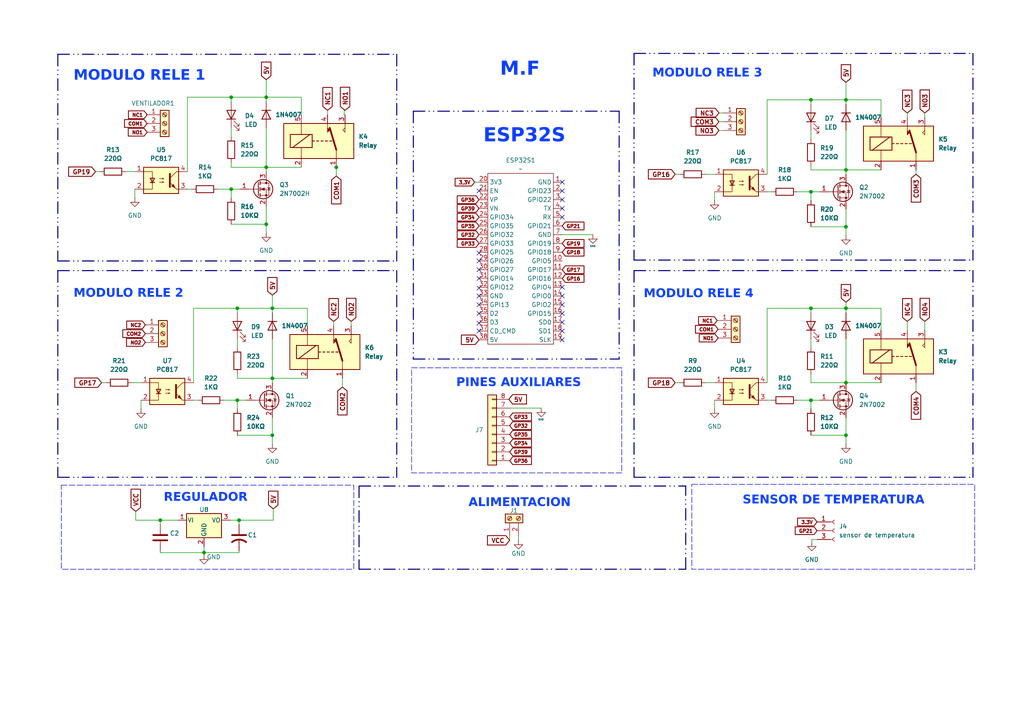
<source format=kicad_sch>
(kicad_sch (version 20250114) (generator "eeschema") (generator_version "9.0")
  (paper "A4")
  (title_block (title "RELE-WIFI"))
  (lib_symbols
    (symbol "6°3RA_Nahuel:ESP32S_32_PINES"
      (property "Reference" "ESP32S" (at 0 0 0))
      (symbol "ESP32S_32_PINES_1_1"
        (pin input line (at -12.7 -3.81 0) (length 2.54) (name "3V3") (number "20"))
        (pin input line (at -12.7 -6.35 0) (length 2.54) (name "EN") (number "21"))
        (pin input line (at -12.7 -8.89 0) (length 2.54) (name "VP") (number "22"))
        (pin input line (at -12.7 -11.43 0) (length 2.54) (name "VN") (number "23"))
        (pin input line (at -12.7 -13.97 0) (length 2.54) (name "GPIO34") (number "24"))
        (pin input line (at -12.7 -16.51 0) (length 2.54) (name "GPIO35") (number "25"))
        (pin input line (at -12.7 -19.05 0) (length 2.54) (name "GPIO32") (number "26"))
        (pin input line (at -12.7 -21.59 0) (length 2.54) (name "GPIO33") (number "27"))
        (pin input line (at -12.7 -24.13 0) (length 2.54) (name "GPIO25") (number "28"))
        (pin input line (at -12.7 -26.67 0) (length 2.54) (name "GPIO26") (number "29"))
        (pin input line (at -12.7 -29.21 0) (length 2.54) (name "GPIO27") (number "30"))
        (pin input line (at -12.7 -31.75 0) (length 2.54) (name "GPIO14") (number "31"))
        (pin input line (at -12.7 -34.29 0) (length 2.54) (name "GPIO12") (number "32"))
        (pin input line (at -12.7 -36.83 0) (length 2.54) (name "GND") (number "33"))
        (pin input line (at -12.7 -39.37 0) (length 2.54) (name "GPI13") (number "34"))
        (pin input line (at -12.7 -41.91 0) (length 2.54) (name "D2") (number "35"))
        (pin input line (at -12.7 -44.45 0) (length 2.54) (name "D3") (number "36"))
        (pin input line (at -12.7 -46.99 0) (length 2.54) (name "CD_CMD") (number "37"))
        (pin input line (at -12.7 -49.53 0) (length 2.54) (name "5V") (number "38"))
        (pin input line (at 11.43 -3.81 180) (length 2.54) (name "GND") (number "1"))
        (pin input line (at 11.43 -6.35 180) (length 2.54) (name "GPIO23") (number "2"))
        (pin input line (at 11.43 -8.89 180) (length 2.54) (name "GPIO22") (number "3"))
        (pin input line (at 11.43 -11.43 180) (length 2.54) (name "TX") (number "4"))
        (pin input line (at 11.43 -13.97 180) (length 2.54) (name "RX") (number "5"))
        (pin input line (at 11.43 -16.51 180) (length 2.54) (name "GPIO21") (number "6"))
        (pin input line (at 11.43 -19.05 180) (length 2.54) (name "GND") (number "7"))
        (pin input line (at 11.43 -21.59 180) (length 2.54) (name "GPIO19") (number "8"))
        (pin input line (at 11.43 -24.13 180) (length 2.54) (name "GPIO18") (number "9"))
        (pin input line (at 11.43 -26.67 180) (length 2.54) (name "GPIO5") (number "10"))
        (pin input line (at 11.43 -29.21 180) (length 2.54) (name "GPIO17") (number "11"))
        (pin input line (at 11.43 -31.75 180) (length 2.54) (name "GPIO16") (number "12"))
        (pin input line (at 11.43 -34.29 180) (length 2.54) (name "GPIO4") (number "13"))
        (pin input line (at 11.43 -36.83 180) (length 2.54) (name "GPIO0") (number "14"))
        (pin input line (at 11.43 -39.37 180) (length 2.54) (name "GPIO2") (number "15"))
        (pin input line (at 11.43 -41.91 180) (length 2.54) (name "GPIO15") (number "16"))
        (pin input line (at 11.43 -44.45 180) (length 2.54) (name "SD0") (number "17"))
        (pin input line (at 11.43 -46.99 180) (length 2.54) (name "SD1") (number "18"))
        (pin input line (at 11.43 -49.53 180) (length 2.54) (name "SLK") (number "19"))
      )
    )
    (symbol "Connector:Conn_01x03_Socket" (pin_names (offset 1.016) (hide yes))
      (property "Reference" "J" (at 0 5.08 0))
      (property "Value" "Conn_01x03_Socket" (at 0 -5.08 0))
      (symbol "Conn_01x03_Socket_1_1"
        (pin passive line (at -5.08 2.54 0) (length 3.81) (name "Pin_1") (number "1"))
        (pin passive line (at -5.08 0 0) (length 3.81) (name "Pin_2") (number "2"))
        (pin passive line (at -5.08 -2.54 0) (length 3.81) (name "Pin_3") (number "3"))
      )
    )
    (symbol "Connector:Screw_Terminal_01x02" (pin_names (offset 1.016) (hide yes))
      (property "Reference" "J" (at 0 2.54 0))
      (property "Value" "Screw_Terminal_01x02" (at 0 -5.08 0))
      (symbol "Screw_Terminal_01x02_1_1"
        (pin passive line (at -5.08 0 0) (length 3.81) (name "Pin_1") (number "1"))
        (pin passive line (at -5.08 -2.54 0) (length 3.81) (name "Pin_2") (number "2"))
      )
    )
    (symbol "Connector:Screw_Terminal_01x03" (pin_names (offset 1.016) (hide yes))
      (property "Reference" "J" (at 0 5.08 0))
      (property "Value" "Screw_Terminal_01x03" (at 0 -5.08 0))
      (symbol "Screw_Terminal_01x03_1_1"
        (pin passive line (at -5.08 2.54 0) (length 3.81) (name "Pin_1") (number "1"))
        (pin passive line (at -5.08 0 0) (length 3.81) (name "Pin_2") (number "2"))
        (pin passive line (at -5.08 -2.54 0) (length 3.81) (name "Pin_3") (number "3"))
      )
    )
    (symbol "Connector_Generic:Conn_01x08" (pin_names (offset 1.016) (hide yes))
      (property "Reference" "J" (at 0 10.16 0))
      (property "Value" "Conn_01x08" (at 0 -12.7 0))
      (symbol "Conn_01x08_1_1"
        (pin passive line (at -5.08 7.62 0) (length 3.81) (name "Pin_1") (number "1"))
        (pin passive line (at -5.08 5.08 0) (length 3.81) (name "Pin_2") (number "2"))
        (pin passive line (at -5.08 2.54 0) (length 3.81) (name "Pin_3") (number "3"))
        (pin passive line (at -5.08 0 0) (length 3.81) (name "Pin_4") (number "4"))
        (pin passive line (at -5.08 -2.54 0) (length 3.81) (name "Pin_5") (number "5"))
        (pin passive line (at -5.08 -5.08 0) (length 3.81) (name "Pin_6") (number "6"))
        (pin passive line (at -5.08 -7.62 0) (length 3.81) (name "Pin_7") (number "7"))
        (pin passive line (at -5.08 -10.16 0) (length 3.81) (name "Pin_8") (number "8"))
      )
    )
    (symbol "Device:C" (pin_numbers (hide yes)) (pin_names (offset 0.254))
      (property "Reference" "C" (at 0.635 2.54 0))
      (property "Value" "C" (at 0.635 -2.54 0))
      (symbol "C_1_1"
        (pin passive line (at 0 3.81 270) (length 2.794) (name "~") (number "1"))
        (pin passive line (at 0 -3.81 90) (length 2.794) (name "~") (number "2"))
      )
    )
    (symbol "Device:C_US" (pin_numbers (hide yes)) (pin_names (offset 0.254) (hide yes))
      (property "Reference" "C" (at 0.635 2.54 0))
      (property "Value" "C_US" (at 0.635 -2.54 0))
      (symbol "C_US_1_1"
        (pin passive line (at 0 3.81 270) (length 2.794) (name "~") (number "1"))
        (pin passive line (at 0 -3.81 90) (length 3.302) (name "~") (number "2"))
      )
    )
    (symbol "Device:LED" (pin_numbers (hide yes)) (pin_names (offset 1.016) (hide yes))
      (property "Reference" "D" (at 0 2.54 0))
      (property "Value" "LED" (at 0 -2.54 0))
      (symbol "LED_1_1"
        (pin passive line (at -3.81 0 0) (length 2.54) (name "K") (number "1"))
        (pin passive line (at 3.81 0 180) (length 2.54) (name "A") (number "2"))
      )
    )
    (symbol "Device:R" (pin_numbers (hide yes)) (pin_names (offset 0))
      (property "Reference" "R" (at 2.032 0 90))
      (property "Value" "R" (at 0 0 90))
      (symbol "R_1_1"
        (pin passive line (at 0 3.81 270) (length 1.27) (name "~") (number "1"))
        (pin passive line (at 0 -3.81 90) (length 1.27) (name "~") (number "2"))
      )
    )
    (symbol "Diode:1N4007" (pin_numbers (hide yes)) (pin_names (hide yes))
      (property "Reference" "D" (at 0 2.54 0))
      (property "Value" "1N4007" (at 0 -2.54 0))
      (symbol "1N4007_1_1"
        (pin passive line (at -3.81 0 0) (length 2.54) (name "K") (number "1"))
        (pin passive line (at 3.81 0 180) (length 2.54) (name "A") (number "2"))
      )
    )
    (symbol "GND_1" (power) (pin_numbers (hide yes)) (pin_names (offset 0) (hide yes))
      (property "Value" "GND" (at 0 -3.81 0))
      (symbol "GND_1_1_1"
        (pin power_in line (at 0 0 270) (length 0) (name "~") (number "1"))
      )
    )
    (symbol "Isolator:PC817" (pin_names (offset 1.016))
      (property "Reference" "U" (at -5.08 5.08 0))
      (property "Value" "PC817" (at 0 5.08 0))
      (symbol "PC817_1_1"
        (pin passive line (at -7.62 2.54 0) (length 2.54) (name "~") (number "1"))
        (pin passive line (at -7.62 -2.54 0) (length 2.54) (name "~") (number "2"))
        (pin passive line (at 7.62 2.54 180) (length 2.54) (name "~") (number "4"))
        (pin passive line (at 7.62 -2.54 180) (length 2.54) (name "~") (number "3"))
      )
    )
    (symbol "Regulator_Linear:KA78M05_TO252" (pin_names (offset 0.254))
      (property "Reference" "U" (at -3.81 3.175 0))
      (property "Value" "KA78M05_TO252" (at 0 3.175 0))
      (symbol "KA78M05_TO252_1_1"
        (pin power_in line (at -7.62 0 0) (length 2.54) (name "VI") (number "1"))
        (pin power_in line (at 0 -7.62 90) (length 2.54) (name "GND") (number "2"))
        (pin power_out line (at 7.62 0 180) (length 2.54) (name "VO") (number "3"))
      )
    )
    (symbol "Relay:SANYOU_SRD_Form_C"
      (property "Reference" "K" (at 11.43 3.81 0))
      (property "Value" "SANYOU_SRD_Form_C" (at 11.43 1.27 0))
      (symbol "SANYOU_SRD_Form_C_1_1"
        (pin passive line (at -5.08 7.62 270) (length 2.54) (name "~") (number "5"))
        (pin passive line (at -5.08 -7.62 90) (length 2.54) (name "~") (number "2"))
        (pin passive line (at 2.54 7.62 270) (length 2.54) (name "~") (number "4"))
        (pin passive line (at 5.08 -7.62 90) (length 2.54) (name "~") (number "1"))
        (pin passive line (at 7.62 7.62 270) (length 2.54) (name "~") (number "3"))
      )
    )
    (symbol "Transistor_FET:2N7002" (pin_names (hide yes))
      (property "Reference" "Q" (at 5.08 1.905 0))
      (property "Value" "2N7002" (at 5.08 0 0))
      (symbol "2N7002_1_1"
        (pin input line (at -5.08 0 0) (length 2.54) (name "G") (number "1"))
        (pin passive line (at 2.54 5.08 270) (length 2.54) (name "D") (number "3"))
        (pin passive line (at 2.54 -5.08 90) (length 2.54) (name "S") (number "2"))
      )
    )
    (symbol "Transistor_FET:2N7002H" (pin_names (hide yes))
      (property "Reference" "Q" (at 5.08 1.905 0))
      (property "Value" "2N7002H" (at 5.08 0 0))
      (symbol "2N7002H_1_1"
        (pin input line (at -5.08 0 0) (length 2.54) (name "G") (number "1"))
        (pin passive line (at 2.54 5.08 270) (length 2.54) (name "D") (number "3"))
        (pin passive line (at 2.54 -5.08 90) (length 2.54) (name "S") (number "2"))
      )
    )
    (symbol "power:GND" (power) (pin_numbers (hide yes)) (pin_names (offset 0) (hide yes))
      (property "Value" "GND" (at 0 -3.81 0))
      (symbol "GND_1_1"
        (pin power_in line (at 0 0 270) (length 0) (name "~") (number "1"))
      )
    )
  )
  (rectangle (start 200.66 140.462) (end 282.702 165.1) (stroke (width 0) (type dash)))
  (rectangle (start 17.78 140.716) (end 102.616 165.1) (stroke (width 0) (type dash)))
  (rectangle (start 119.38 106.68) (end 180.34 137.16) (stroke (width 0) (type dash)))
  (text "MODULO RELE 3\n\n" (at 189.23 27.686 0) (effects (font (size 2.5 2.5) (thickness 0.254) (bold yes)) (justify left bottom)))
  (text "MODULO RELE 4\n\n" (at 186.69 91.694 0) (effects (font (size 2.5 2.5) (thickness 0.254) (bold yes)) (justify left bottom)))
  (text "ESP32S" (at 140.208 42.926 0) (effects (font (size 4 4) (thickness 0.254) (bold yes)) (justify left bottom)))
  (text "MODULO RELE 1\n" (at 21.336 24.638 0) (effects (font (size 3 3) (thickness 0.254) (bold yes)) (justify left bottom)))
  (text "M.F" (at 145.034 23.622 0) (effects (font (size 4 4) (thickness 0.254) (bold yes)) (justify left bottom)))
  (text "ALIMENTACION" (at 135.89 148.082 0) (effects (font (size 2.5 2.5) (thickness 0.254) (bold yes)) (justify left bottom)))
  (text "SENSOR DE TEMPERATURA\n" (at 215.392 147.32 0) (effects (font (size 2.5 2.5) (thickness 0.254) (bold yes)) (justify left bottom)))
  (text "REGULADOR" (at 47.498 146.558 0) (effects (font (size 2.5 2.5) (thickness 0.254) (bold yes)) (justify left bottom)))
  (text "PINES AUXILIARES" (at 132.334 113.284 0) (effects (font (size 2.5 2.5) (thickness 0.254) (bold yes)) (justify left bottom)))
  (text "MODULO RELE 2\n" (at 21.336 87.376 0) (effects (font (size 2.5 2.5) (thickness 0.254) (bold yes)) (justify left bottom)))
  (junction (at 77.216 48.514))
  (junction (at 78.994 126.238))
  (junction (at 68.834 89.408))
  (junction (at 67.056 54.864))
  (junction (at 59.182 160.274))
  (junction (at 235.204 89.408))
  (junction (at 78.994 109.728))
  (junction (at 67.056 28.194))
  (junction (at 78.994 89.408))
  (junction (at 245.364 49.276))
  (junction (at 77.216 28.194))
  (junction (at 68.834 116.078))
  (junction (at 245.364 89.408))
  (junction (at 235.204 28.956))
  (junction (at 69.342 150.876))
  (junction (at 235.204 116.078))
  (junction (at 245.364 28.956))
  (junction (at 97.536 48.514))
  (junction (at 245.364 126.238))
  (junction (at 245.364 110.998))
  (junction (at 77.216 65.024))
  (junction (at 245.364 65.786))
  (junction (at 46.482 150.876))
  (junction (at 235.204 55.626))
  (no_connect (at 138.938 80.772))
  (no_connect (at 138.938 85.852))
  (no_connect (at 163.068 52.832))
  (no_connect (at 138.938 90.932))
  (no_connect (at 138.938 93.726))
  (no_connect (at 163.068 88.392))
  (no_connect (at 138.938 83.566))
  (no_connect (at 163.068 85.852))
  (no_connect (at 163.068 93.472))
  (no_connect (at 163.068 60.452))
  (no_connect (at 163.068 96.012))
  (no_connect (at 138.938 55.372))
  (no_connect (at 163.068 55.372))
  (no_connect (at 163.068 62.992))
  (no_connect (at 163.068 83.312))
  (no_connect (at 163.068 90.932))
  (no_connect (at 138.938 88.392))
  (no_connect (at 138.938 78.232))
  (no_connect (at 163.068 57.912))
  (no_connect (at 163.068 98.552))
  (no_connect (at 138.938 75.692))
  (no_connect (at 138.938 73.406))
  (no_connect (at 138.938 96.012))
  (wire (pts (xy 79.248 150.876) (xy 69.342 150.876)))
  (wire (pts (xy 87.376 28.194) (xy 77.216 28.194)))
  (wire (pts (xy 222.504 89.408) (xy 235.204 89.408)))
  (wire (pts (xy 63.246 54.864) (xy 67.056 54.864)))
  (wire (pts (xy 78.994 126.238) (xy 78.994 128.778)))
  (wire (pts (xy 245.364 23.876) (xy 245.364 28.956)))
  (wire (pts (xy 245.364 60.706) (xy 245.364 65.786)))
  (wire (pts (xy 79.248 147.574) (xy 79.248 150.876)))
  (wire (pts (xy 207.264 55.626) (xy 207.264 58.166)))
  (wire (pts (xy 78.994 89.408) (xy 78.994 90.678)))
  (bus (pts (xy 16.764 15.748) (xy 16.764 75.692)) (stroke (width 0) (type dash_dot_dot)))
  (wire (pts (xy 209.804 37.846) (xy 208.534 37.846)))
  (wire (pts (xy 68.834 109.728) (xy 78.994 109.728)))
  (wire (pts (xy 77.216 28.194) (xy 77.216 29.464)))
  (wire (pts (xy 263.144 32.766) (xy 263.144 34.036)))
  (wire (pts (xy 68.834 116.078) (xy 68.834 118.618)))
  (wire (pts (xy 245.364 126.238) (xy 245.364 128.778)))
  (wire (pts (xy 97.536 48.514) (xy 97.536 48.006)))
  (wire (pts (xy 39.116 54.864) (xy 39.116 57.404)))
  (wire (pts (xy 101.854 93.218) (xy 101.854 94.488)))
  (wire (pts (xy 171.958 68.072) (xy 163.068 68.072)))
  (wire (pts (xy 147.828 118.364) (xy 156.972 118.364)))
  (wire (pts (xy 235.204 110.998) (xy 235.204 108.458)))
  (wire (pts (xy 39.37 150.876) (xy 46.482 150.876)))
  (wire (pts (xy 69.342 159.766) (xy 69.342 160.274)))
  (wire (pts (xy 255.524 28.956) (xy 245.364 28.956)))
  (wire (pts (xy 204.724 50.546) (xy 207.264 50.546)))
  (wire (pts (xy 235.204 37.846) (xy 235.204 40.386)))
  (wire (pts (xy 67.056 54.864) (xy 67.056 57.404)))
  (wire (pts (xy 235.204 28.956) (xy 245.364 28.956)))
  (wire (pts (xy 89.154 89.408) (xy 78.994 89.408)))
  (bus (pts (xy 183.896 78.486) (xy 282.194 78.486)) (stroke (width 0) (type dash_dot_dot)))
  (wire (pts (xy 54.356 28.194) (xy 54.356 49.784)))
  (wire (pts (xy 222.504 28.956) (xy 235.204 28.956)))
  (wire (pts (xy 235.204 116.078) (xy 235.204 118.618)))
  (wire (pts (xy 195.834 110.998) (xy 197.104 110.998)))
  (bus (pts (xy 183.896 138.43) (xy 282.194 138.43)) (stroke (width 0) (type dash_dot_dot)))
  (wire (pts (xy 245.364 37.846) (xy 245.364 49.276)))
  (wire (pts (xy 204.724 110.998) (xy 207.264 110.998)))
  (bus (pts (xy 179.578 32.258) (xy 179.578 104.14)) (stroke (width 0) (type dash_dot_dot)))
  (wire (pts (xy 77.216 59.944) (xy 77.216 65.024)))
  (wire (pts (xy 99.822 32.004) (xy 100.076 32.004)))
  (wire (pts (xy 69.342 152.146) (xy 69.342 150.876)))
  (wire (pts (xy 54.356 28.194) (xy 67.056 28.194)))
  (wire (pts (xy 208.28 92.964) (xy 208.026 92.964)))
  (wire (pts (xy 36.576 49.784) (xy 39.116 49.784)))
  (wire (pts (xy 27.686 49.784) (xy 28.956 49.784)))
  (wire (pts (xy 40.894 116.078) (xy 40.894 118.618)))
  (wire (pts (xy 46.482 160.274) (xy 59.182 160.274)))
  (wire (pts (xy 245.364 110.998) (xy 255.524 110.998)))
  (wire (pts (xy 78.994 109.728) (xy 78.994 110.998)))
  (wire (pts (xy 137.668 52.832) (xy 138.938 52.832)))
  (wire (pts (xy 68.834 89.408) (xy 68.834 90.678)))
  (wire (pts (xy 77.216 23.114) (xy 77.216 28.194)))
  (wire (pts (xy 29.464 110.998) (xy 30.734 110.998)))
  (bus (pts (xy 119.888 32.258) (xy 119.888 104.14)) (stroke (width 0) (type dash_dot_dot)))
  (wire (pts (xy 245.364 121.158) (xy 245.364 126.238)))
  (wire (pts (xy 56.134 89.408) (xy 56.134 110.998)))
  (wire (pts (xy 265.684 49.276) (xy 265.684 50.546)))
  (wire (pts (xy 222.504 116.078) (xy 223.774 116.078)))
  (bus (pts (xy 16.764 138.43) (xy 115.062 138.43)) (stroke (width 0) (type dash_dot_dot)))
  (wire (pts (xy 235.204 49.276) (xy 235.204 48.006)))
  (wire (pts (xy 46.482 150.876) (xy 46.482 152.146)))
  (wire (pts (xy 263.144 93.218) (xy 263.144 95.758)))
  (wire (pts (xy 245.364 49.276) (xy 255.524 49.276)))
  (wire (pts (xy 77.216 65.024) (xy 77.216 67.564)))
  (wire (pts (xy 222.504 55.626) (xy 223.774 55.626)))
  (wire (pts (xy 245.364 28.956) (xy 245.364 30.226)))
  (wire (pts (xy 66.802 150.876) (xy 69.342 150.876)))
  (bus (pts (xy 104.14 165.1) (xy 198.882 165.1)) (stroke (width 0) (type dash_dot_dot)))
  (bus (pts (xy 16.764 78.486) (xy 115.062 78.486)) (stroke (width 0) (type dash_dot_dot)))
  (wire (pts (xy 235.204 89.408) (xy 245.364 89.408)))
  (wire (pts (xy 235.204 98.298) (xy 235.204 100.838)))
  (wire (pts (xy 68.834 89.408) (xy 78.994 89.408)))
  (wire (pts (xy 46.482 150.876) (xy 51.562 150.876)))
  (wire (pts (xy 67.056 48.514) (xy 77.216 48.514)))
  (wire (pts (xy 235.204 49.276) (xy 245.364 49.276)))
  (bus (pts (xy 198.882 165.1) (xy 198.882 140.97)) (stroke (width 0) (type dash_dot_dot)))
  (wire (pts (xy 68.834 126.238) (xy 78.994 126.238)))
  (wire (pts (xy 39.37 148.336) (xy 39.37 150.876)))
  (bus (pts (xy 183.896 75.438) (xy 282.194 75.438)) (stroke (width 0) (type dash_dot_dot)))
  (wire (pts (xy 245.364 87.63) (xy 245.364 89.408)))
  (wire (pts (xy 235.458 156.464) (xy 236.982 156.464)))
  (wire (pts (xy 59.182 158.496) (xy 59.182 160.274)))
  (wire (pts (xy 209.804 32.766) (xy 208.534 32.766)))
  (wire (pts (xy 99.822 33.274) (xy 99.822 32.004)))
  (bus (pts (xy 183.896 15.494) (xy 183.896 75.438)) (stroke (width 0) (type dash_dot_dot)))
  (wire (pts (xy 231.394 55.626) (xy 235.204 55.626)))
  (wire (pts (xy 235.204 126.238) (xy 245.364 126.238)))
  (wire (pts (xy 150.368 155.448) (xy 150.368 156.718)))
  (wire (pts (xy 77.216 48.514) (xy 77.216 49.784)))
  (wire (pts (xy 77.216 48.514) (xy 87.376 48.514)))
  (bus (pts (xy 183.896 78.486) (xy 183.896 138.43)) (stroke (width 0) (type dash_dot_dot)))
  (bus (pts (xy 104.14 140.97) (xy 104.14 165.1)) (stroke (width 0) (type dash_dot_dot)))
  (wire (pts (xy 77.216 37.084) (xy 77.216 48.514)))
  (bus (pts (xy 16.764 78.486) (xy 16.764 138.43)) (stroke (width 0) (type dash_dot_dot)))
  (bus (pts (xy 119.888 104.14) (xy 179.578 104.14)) (stroke (width 0) (type dash_dot_dot)))
  (wire (pts (xy 268.224 32.766) (xy 268.224 34.036)))
  (bus (pts (xy 282.194 15.494) (xy 282.194 75.438)) (stroke (width 0) (type dash_dot_dot)))
  (bus (pts (xy 119.888 32.258) (xy 179.578 32.258)) (stroke (width 0) (type dash_dot_dot)))
  (bus (pts (xy 115.062 15.748) (xy 115.062 75.692)) (stroke (width 0) (type dash_dot_dot)))
  (wire (pts (xy 89.154 89.408) (xy 89.154 94.488)))
  (wire (pts (xy 97.536 48.514) (xy 97.536 51.054)))
  (wire (pts (xy 78.994 85.598) (xy 78.994 89.408)))
  (wire (pts (xy 235.458 157.226) (xy 235.458 156.464)))
  (wire (pts (xy 222.504 28.956) (xy 222.504 50.546)))
  (wire (pts (xy 235.204 89.408) (xy 235.204 90.678)))
  (bus (pts (xy 16.764 75.692) (xy 115.062 75.692)) (stroke (width 0) (type dash_dot_dot)))
  (wire (pts (xy 68.834 116.078) (xy 71.374 116.078)))
  (wire (pts (xy 69.342 160.274) (xy 59.182 160.274)))
  (wire (pts (xy 67.056 65.024) (xy 77.216 65.024)))
  (wire (pts (xy 235.204 55.626) (xy 237.744 55.626)))
  (bus (pts (xy 282.194 78.486) (xy 282.194 138.43)) (stroke (width 0) (type dash_dot_dot)))
  (wire (pts (xy 67.056 48.514) (xy 67.056 47.244)))
  (bus (pts (xy 183.896 15.494) (xy 282.194 15.494)) (stroke (width 0) (type dash_dot_dot)))
  (wire (pts (xy 38.354 110.998) (xy 40.894 110.998)))
  (bus (pts (xy 115.062 78.486) (xy 115.062 138.43)) (stroke (width 0) (type dash_dot_dot)))
  (wire (pts (xy 265.684 110.998) (xy 265.684 113.538)))
  (wire (pts (xy 147.828 155.448) (xy 147.828 156.718)))
  (wire (pts (xy 207.264 116.078) (xy 207.264 118.618)))
  (wire (pts (xy 96.774 93.218) (xy 96.774 94.488)))
  (wire (pts (xy 68.834 98.298) (xy 68.834 100.838)))
  (wire (pts (xy 255.524 89.408) (xy 255.524 95.758)))
  (wire (pts (xy 222.504 89.408) (xy 222.504 110.998)))
  (wire (pts (xy 94.996 33.274) (xy 94.996 32.004)))
  (wire (pts (xy 65.024 116.078) (xy 68.834 116.078)))
  (wire (pts (xy 245.364 89.408) (xy 245.364 90.678)))
  (wire (pts (xy 67.056 54.864) (xy 69.596 54.864)))
  (wire (pts (xy 195.834 50.546) (xy 197.104 50.546)))
  (wire (pts (xy 231.394 116.078) (xy 235.204 116.078)))
  (wire (pts (xy 209.804 35.306) (xy 208.534 35.306)))
  (wire (pts (xy 235.204 110.998) (xy 245.364 110.998)))
  (wire (pts (xy 56.134 89.408) (xy 68.834 89.408)))
  (wire (pts (xy 99.822 33.274) (xy 100.076 33.274)))
  (wire (pts (xy 255.524 28.956) (xy 255.524 34.036)))
  (wire (pts (xy 46.482 160.274) (xy 46.482 159.766)))
  (wire (pts (xy 147.828 115.824) (xy 147.574 115.824)))
  (wire (pts (xy 235.204 28.956) (xy 235.204 30.226)))
  (wire (pts (xy 78.994 98.298) (xy 78.994 109.728)))
  (wire (pts (xy 268.224 93.218) (xy 268.224 95.758)))
  (wire (pts (xy 235.204 116.078) (xy 237.744 116.078)))
  (bus (pts (xy 16.764 15.748) (xy 115.062 15.748)) (stroke (width 0) (type dash_dot_dot)))
  (wire (pts (xy 99.314 109.728) (xy 99.314 112.268)))
  (wire (pts (xy 245.364 89.408) (xy 255.524 89.408)))
  (wire (pts (xy 235.204 65.786) (xy 245.364 65.786)))
  (wire (pts (xy 67.056 37.084) (xy 67.056 39.624)))
  (wire (pts (xy 78.994 109.728) (xy 89.154 109.728)))
  (wire (pts (xy 67.056 28.194) (xy 67.056 29.464)))
  (wire (pts (xy 59.182 160.274) (xy 59.182 161.036)))
  (wire (pts (xy 78.994 121.158) (xy 78.994 126.238)))
  (bus (pts (xy 104.14 140.97) (xy 198.882 140.97)) (stroke (width 0) (type dash_dot_dot)))
  (wire (pts (xy 54.356 54.864) (xy 55.626 54.864)))
  (wire (pts (xy 245.364 65.786) (xy 245.364 68.326)))
  (wire (pts (xy 56.134 116.078) (xy 57.404 116.078)))
  (wire (pts (xy 245.364 49.276) (xy 245.364 50.546)))
  (wire (pts (xy 87.376 28.194) (xy 87.376 33.274)))
  (wire (pts (xy 68.834 109.728) (xy 68.834 108.458)))
  (wire (pts (xy 235.204 55.626) (xy 235.204 58.166)))
  (wire (pts (xy 67.056 28.194) (xy 77.216 28.194)))
  (wire (pts (xy 245.364 98.298) (xy 245.364 110.998)))
  (global_label "5V" (shape input) (at 245.364 87.63 90) (effects (font (thickness 0.254) (bold yes))) (property "Intersheetrefs" "${INTERSHEET_REFS}" (effects (hide yes))))
  (global_label "NC1" (shape input) (at 94.996 32.004 90) (effects (font (thickness 0.254) (bold yes))) (property "Intersheetrefs" "${INTERSHEET_REFS}" (effects (hide yes))))
  (global_label "GP36" (shape input) (at 147.828 133.604 0) (effects (font (size 1 1) (thickness 0.254) (bold yes))) (property "Intersheetrefs" "${INTERSHEET_REFS}" (effects (hide yes))))
  (global_label "3.3V" (shape input) (at 236.982 151.384 180) (effects (font (size 1 1) (thickness 0.254) (bold yes))) (property "Intersheetrefs" "${INTERSHEET_REFS}" (effects (hide yes))))
  (global_label "GP21" (shape input) (at 163.068 65.532 0) (effects (font (size 1 1) (thickness 0.254) (bold yes))) (property "Intersheetrefs" "${INTERSHEET_REFS}" (effects (hide yes))))
  (global_label "GP33" (shape input) (at 147.828 120.904 0) (effects (font (size 1 1) (thickness 0.254) (bold yes))) (property "Intersheetrefs" "${INTERSHEET_REFS}" (effects (hide yes))))
  (global_label "GP35" (shape input) (at 138.938 65.532 180) (effects (font (size 1 1) (thickness 0.254) (bold yes))) (property "Intersheetrefs" "${INTERSHEET_REFS}" (effects (hide yes))))
  (global_label "5V" (shape input) (at 245.364 23.876 90) (effects (font (thickness 0.254) (bold yes))) (property "Intersheetrefs" "${INTERSHEET_REFS}" (effects (hide yes))))
  (global_label "NO1" (shape input) (at 100.076 32.004 90) (effects (font (thickness 0.254) (bold yes))) (property "Intersheetrefs" "${INTERSHEET_REFS}" (effects (hide yes))))
  (global_label "COM4" (shape input) (at 265.684 113.538 270) (effects (font (thickness 0.254) (bold yes))) (property "Intersheetrefs" "${INTERSHEET_REFS}" (effects (hide yes))))
  (global_label "GP39" (shape input) (at 147.828 131.064 0) (effects (font (size 1 1) (thickness 0.254) (bold yes))) (property "Intersheetrefs" "${INTERSHEET_REFS}" (effects (hide yes))))
  (global_label "NO1" (shape input) (at 208.28 98.044 180) (effects (font (size 1 1) (thickness 0.254) (bold yes))) (property "Intersheetrefs" "${INTERSHEET_REFS}" (effects (hide yes))))
  (global_label "GP34" (shape input) (at 147.828 128.524 0) (effects (font (size 1 1) (thickness 0.254) (bold yes))) (property "Intersheetrefs" "${INTERSHEET_REFS}" (effects (hide yes))))
  (global_label "COM3" (shape input) (at 265.684 50.546 270) (effects (font (thickness 0.254) (bold yes))) (property "Intersheetrefs" "${INTERSHEET_REFS}" (effects (hide yes))))
  (global_label "GP36" (shape input) (at 138.938 57.912 180) (effects (font (size 1 1) (thickness 0.254) (bold yes))) (property "Intersheetrefs" "${INTERSHEET_REFS}" (effects (hide yes))))
  (global_label "5V" (shape input) (at 77.216 23.114 90) (effects (font (thickness 0.254) (bold yes))) (property "Intersheetrefs" "${INTERSHEET_REFS}" (effects (hide yes))))
  (global_label "NC3" (shape input) (at 263.144 32.766 90) (effects (font (thickness 0.254) (bold yes))) (property "Intersheetrefs" "${INTERSHEET_REFS}" (effects (hide yes))))
  (global_label "GP32" (shape input) (at 147.828 123.444 0) (effects (font (size 1 1) (thickness 0.254) (bold yes))) (property "Intersheetrefs" "${INTERSHEET_REFS}" (effects (hide yes))))
  (global_label "COM1" (shape input) (at 97.536 51.054 270) (effects (font (thickness 0.254) (bold yes))) (property "Intersheetrefs" "${INTERSHEET_REFS}" (effects (hide yes))))
  (global_label "GP17" (shape input) (at 163.068 78.232 0) (effects (font (size 1 1) (thickness 0.254) (bold yes))) (property "Intersheetrefs" "${INTERSHEET_REFS}" (effects (hide yes))))
  (global_label "GP18" (shape input) (at 163.068 73.152 0) (effects (font (size 1 1) (thickness 0.254) (bold yes))) (property "Intersheetrefs" "${INTERSHEET_REFS}" (effects (hide yes))))
  (global_label "GP33" (shape input) (at 138.938 70.612 180) (effects (font (size 1 1) (thickness 0.254) (bold yes))) (property "Intersheetrefs" "${INTERSHEET_REFS}" (effects (hide yes))))
  (global_label "GP16" (shape input) (at 195.834 50.546 180) (effects (font (thickness 0.254) (bold yes))) (property "Intersheetrefs" "${INTERSHEET_REFS}" (effects (hide yes))))
  (global_label "NO4" (shape input) (at 268.224 93.218 90) (effects (font (thickness 0.254) (bold yes))) (property "Intersheetrefs" "${INTERSHEET_REFS}" (effects (hide yes))))
  (global_label "5V" (shape input) (at 79.248 147.574 90) (effects (font (thickness 0.254) (bold yes))) (property "Intersheetrefs" "${INTERSHEET_REFS}" (effects (hide yes))))
  (global_label "NC1" (shape input) (at 208.026 92.964 180) (effects (font (size 1 1) (thickness 0.254) (bold yes))) (property "Intersheetrefs" "${INTERSHEET_REFS}" (effects (hide yes))))
  (global_label "NO3" (shape input) (at 268.224 32.766 90) (effects (font (thickness 0.254) (bold yes))) (property "Intersheetrefs" "${INTERSHEET_REFS}" (effects (hide yes))))
  (global_label "GP35" (shape input) (at 147.828 125.984 0) (effects (font (size 1 1) (thickness 0.254) (bold yes))) (property "Intersheetrefs" "${INTERSHEET_REFS}" (effects (hide yes))))
  (global_label "COM1" (shape input) (at 42.672 35.814 180) (effects (font (size 1 1) (thickness 0.254) (bold yes))) (property "Intersheetrefs" "${INTERSHEET_REFS}" (effects (hide yes))))
  (global_label "GP18" (shape input) (at 195.834 110.998 180) (effects (font (thickness 0.254) (bold yes))) (property "Intersheetrefs" "${INTERSHEET_REFS}" (effects (hide yes))))
  (global_label "GP16" (shape input) (at 163.068 80.772 0) (effects (font (size 1 1) (thickness 0.254) (bold yes))) (property "Intersheetrefs" "${INTERSHEET_REFS}" (effects (hide yes))))
  (global_label "NC2" (shape input) (at 96.774 93.218 90) (effects (font (thickness 0.254) (bold yes))) (property "Intersheetrefs" "${INTERSHEET_REFS}" (effects (hide yes))))
  (global_label "NC2" (shape input) (at 42.164 94.234 180) (effects (font (size 1 1) (thickness 0.254) (bold yes))) (property "Intersheetrefs" "${INTERSHEET_REFS}" (effects (hide yes))))
  (global_label "VCC" (shape input) (at 147.828 156.718 180) (effects (font (thickness 0.254) (bold yes))) (property "Intersheetrefs" "${INTERSHEET_REFS}" (effects (hide yes))))
  (global_label "5V" (shape input) (at 147.574 115.824 0) (effects (font (thickness 0.254) (bold yes))) (property "Intersheetrefs" "${INTERSHEET_REFS}" (effects (hide yes))))
  (global_label "GP19" (shape input) (at 27.686 49.784 180) (effects (font (thickness 0.254) (bold yes))) (property "Intersheetrefs" "${INTERSHEET_REFS}" (effects (hide yes))))
  (global_label "NO2" (shape input) (at 42.164 99.314 180) (effects (font (size 1 1) (thickness 0.254) (bold yes) (italic yes))) (property "Intersheetrefs" "${INTERSHEET_REFS}" (effects (hide yes))))
  (global_label "COM1" (shape input) (at 208.28 95.504 180) (effects (font (size 1 1) (thickness 0.254) (bold yes))) (property "Intersheetrefs" "${INTERSHEET_REFS}" (effects (hide yes))))
  (global_label "NO1" (shape input) (at 42.672 38.354 180) (effects (font (size 1 1) (thickness 0.254) (bold yes))) (property "Intersheetrefs" "${INTERSHEET_REFS}" (effects (hide yes))))
  (global_label "GP19" (shape input) (at 163.068 70.612 0) (effects (font (size 1 1) (thickness 0.254) (bold yes))) (property "Intersheetrefs" "${INTERSHEET_REFS}" (effects (hide yes))))
  (global_label "COM3" (shape input) (at 208.534 35.306 180) (effects (font (thickness 0.254) (bold yes))) (property "Intersheetrefs" "${INTERSHEET_REFS}" (effects (hide yes))))
  (global_label "NC4" (shape input) (at 263.144 93.218 90) (effects (font (thickness 0.254) (bold yes))) (property "Intersheetrefs" "${INTERSHEET_REFS}" (effects (hide yes))))
  (global_label "5V" (shape input) (at 78.994 85.598 90) (effects (font (thickness 0.254) (bold yes))) (property "Intersheetrefs" "${INTERSHEET_REFS}" (effects (hide yes))))
  (global_label "NO2" (shape input) (at 101.854 93.218 90) (effects (font (thickness 0.254) (bold yes))) (property "Intersheetrefs" "${INTERSHEET_REFS}" (effects (hide yes))))
  (global_label "3,3V" (shape input) (at 137.668 52.832 180) (effects (font (size 1 1) (thickness 0.254) (bold yes))) (property "Intersheetrefs" "${INTERSHEET_REFS}" (effects (hide yes))))
  (global_label "VCC" (shape input) (at 39.37 148.336 90) (effects (font (thickness 0.254) (bold yes))) (property "Intersheetrefs" "${INTERSHEET_REFS}" (effects (hide yes))))
  (global_label "NO3" (shape input) (at 208.534 37.846 180) (effects (font (thickness 0.254) (bold yes))) (property "Intersheetrefs" "${INTERSHEET_REFS}" (effects (hide yes))))
  (global_label "GP17" (shape input) (at 29.464 110.998 180) (effects (font (thickness 0.254) (bold yes))) (property "Intersheetrefs" "${INTERSHEET_REFS}" (effects (hide yes))))
  (global_label "COM2" (shape input) (at 42.164 96.774 180) (effects (font (size 1 1) (thickness 0.254) (bold yes))) (property "Intersheetrefs" "${INTERSHEET_REFS}" (effects (hide yes))))
  (global_label "5V" (shape input) (at 138.938 98.552 180) (effects (font (thickness 0.254) (bold yes))) (property "Intersheetrefs" "${INTERSHEET_REFS}" (effects (hide yes))))
  (global_label "COM2" (shape input) (at 99.314 112.268 270) (effects (font (thickness 0.254) (bold yes))) (property "Intersheetrefs" "${INTERSHEET_REFS}" (effects (hide yes))))
  (global_label "GP21" (shape input) (at 236.982 153.924 180) (effects (font (size 1 1) (thickness 0.254) (bold yes))) (property "Intersheetrefs" "${INTERSHEET_REFS}" (effects (hide yes))))
  (global_label "NC1" (shape input) (at 42.672 33.274 180) (effects (font (size 1 1) (thickness 0.254) (bold yes))) (property "Intersheetrefs" "${INTERSHEET_REFS}" (effects (hide yes))))
  (global_label "GP32" (shape input) (at 138.938 68.072 180) (effects (font (size 1 1) (thickness 0.254) (bold yes))) (property "Intersheetrefs" "${INTERSHEET_REFS}" (effects (hide yes))))
  (global_label "GP34" (shape input) (at 138.938 62.992 180) (effects (font (size 1 1) (thickness 0.254) (bold yes))) (property "Intersheetrefs" "${INTERSHEET_REFS}" (effects (hide yes))))
  (global_label "GP39" (shape input) (at 138.938 60.452 180) (effects (font (size 1 1) (thickness 0.254) (bold yes))) (property "Intersheetrefs" "${INTERSHEET_REFS}" (effects (hide yes))))
  (global_label "NC3" (shape input) (at 208.534 32.766 180) (effects (font (thickness 0.254) (bold yes))) (property "Intersheetrefs" "${INTERSHEET_REFS}" (effects (hide yes))))
  (symbol (lib_id "Device:LED") (at 68.834 94.488 90) (unit 1)
    (property "Reference" "D9" (at 72.644 94.8055 90) (effects (font (thickness 0.254) (bold yes)) (justify right)))
    (property "Value" "LED" (at 72.644 97.3455 90) (effects (font (thickness 0.254) (bold yes)) (justify right)))
    (property "Footprint" "LED_SMD:LED_0805_2012Metric" (effects (hide yes)))
    (property "Description" "Light emitting diode" (effects (hide yes)))
    (property "Sim.Pins" "1=K 2=A" (effects (hide yes)))
  )
  (symbol (lib_id "Device:R") (at 68.834 122.428 0) (unit 1)
    (property "Reference" "R24" (at 71.374 121.158 0) (effects (font (thickness 0.254) (bold yes)) (justify left)))
    (property "Value" "10KΩ" (at 71.374 123.698 0) (effects (font (thickness 0.254) (bold yes)) (justify left)))
    (property "Footprint" "Resistor_SMD:R_0805_2012Metric" (effects (hide yes)))
    (property "Description" "Resistor" (effects (hide yes)))
  )
  (symbol (lib_id "Transistor_FET:2N7002") (at 76.454 116.078 0) (unit 1)
    (property "Reference" "Q1" (at 82.804 114.8079 0) (effects (justify left)))
    (property "Value" "2N7002" (at 82.804 117.3479 0) (effects (justify left)))
    (property "Footprint" "Package_TO_SOT_SMD:SOT-23" (effects (hide yes)))
    (property "Datasheet" "https://www.onsemi.com/pub/Collateral/NDS7002A-D.PDF" (effects (hide yes)))
    (property "Description" "0.115A Id, 60V Vds, N-Channel MOSFET, SOT-23" (effects (hide yes)))
  )
  (symbol (lib_id "power:GND") (at 156.972 118.364 0) (unit 1)
    (property "Reference" "#PWR017" (effects (hide yes)))
    (property "Value" "GND" (at 157.734 121.666 0) (effects (font (size 0.5 0.5)) (justify right)))
    (property "Description" "Power symbol creates a global label with name \"GND\" , ground" (effects (hide yes)))
  )
  (symbol (lib_id "power:GND") (at 245.364 68.326 0) (unit 1)
    (property "Reference" "#PWR011" (effects (hide yes)))
    (property "Value" "GND" (at 245.364 73.406 0))
    (property "Description" "Power symbol creates a global label with name \"GND\" , ground" (effects (hide yes)))
  )
  (symbol (lib_id "Device:LED") (at 235.204 34.036 90) (unit 1)
    (property "Reference" "D7" (at 239.014 34.3535 90) (effects (font (thickness 0.254) (bold yes)) (justify right)))
    (property "Value" "LED" (at 239.014 36.8935 90) (effects (font (thickness 0.254) (bold yes)) (justify right)))
    (property "Footprint" "LED_SMD:LED_0805_2012Metric" (effects (hide yes)))
    (property "Description" "Light emitting diode" (effects (hide yes)))
    (property "Sim.Pins" "1=K 2=A" (effects (hide yes)))
  )
  (symbol (lib_id "power:GND") (at 77.216 67.564 0) (unit 1)
    (property "Reference" "#PWR09" (effects (hide yes)))
    (property "Value" "GND" (at 77.216 72.644 0))
    (property "Description" "Power symbol creates a global label with name \"GND\" , ground" (effects (hide yes)))
  )
  (symbol (lib_id "power:GND") (at 207.264 118.618 0) (unit 1)
    (property "Reference" "#PWR01" (effects (hide yes)))
    (property "Value" "GND" (at 207.264 123.698 0))
    (property "Description" "Power symbol creates a global label with name \"GND\" , ground" (effects (hide yes)))
  )
  (symbol (lib_id "6°3RA_Nahuel:ESP32S_32_PINES") (at 151.638 49.022 0) (unit 1)
    (property "Reference" "ESP32S1" (at 151.003 46.482 0))
    (property "Value" "~" (at 151.003 49.022 0))
    (property "Footprint" "6°3RA_Nahuel:ESP32S_38_PINES" (effects (hide yes)))
  )
  (symbol (lib_id "Isolator:PC817") (at 48.514 113.538 0) (unit 1)
    (property "Reference" "U7" (at 48.514 104.648 0) (effects (font (thickness 0.254) (bold yes))))
    (property "Value" "PC817" (at 48.514 107.188 0) (effects (font (thickness 0.254) (bold yes))))
    (property "Footprint" "Package_DIP:DIP-4_W7.62mm" (effects (hide yes)))
    (property "Datasheet" "http://www.soselectronic.cz/a_info/resource/d/pc817.pdf" (effects (hide yes)))
    (property "Description" "DC Optocoupler, Vce 35V, CTR 50-300%, DIP-4" (effects (hide yes)))
  )
  (symbol (lib_id "Device:R") (at 59.436 54.864 90) (unit 1)
    (property "Reference" "R14" (at 59.436 48.514 90) (effects (font (thickness 0.254) (bold yes))))
    (property "Value" "1KΩ" (at 59.436 51.054 90) (effects (font (thickness 0.254) (bold yes))))
    (property "Footprint" "Resistor_SMD:R_0805_2012Metric" (effects (hide yes)))
    (property "Description" "Resistor" (effects (hide yes)))
  )
  (symbol (lib_id "Relay:SANYOU_SRD_Form_C") (at 94.234 102.108 0) (unit 1)
    (property "Reference" "K6" (at 105.664 100.838 0) (effects (font (thickness 0.254) (bold yes)) (justify left)))
    (property "Value" "Relay" (at 105.664 103.378 0) (effects (font (thickness 0.254) (bold yes)) (justify left)))
    (property "Footprint" "Relay_THT:Relay_SPDT_SANYOU_SRD_Series_Form_C" (effects (hide yes)))
    (property "Datasheet" "http://www.sanyourelay.ca/public/products/pdf/SRD.pdf" (effects (hide yes)))
    (property "Description" "Sanyo SRD relay, Single Pole Miniature Power Relay," (effects (hide yes)))
  )
  (symbol (lib_id "power:GND") (at 207.264 58.166 0) (unit 1)
    (property "Reference" "#PWR04" (effects (hide yes)))
    (property "Value" "GND" (at 207.264 63.246 0))
    (property "Description" "Power symbol creates a global label with name \"GND\" , ground" (effects (hide yes)))
  )
  (symbol (lib_id "power:GND") (at 171.958 68.072 0) (unit 1)
    (property "Reference" "#PWR015" (effects (hide yes)))
    (property "Value" "GND" (at 172.72 71.374 0) (effects (font (size 0.5 0.5)) (justify right)))
    (property "Description" "Power symbol creates a global label with name \"GND\" , ground" (effects (hide yes)))
  )
  (symbol (lib_id "Device:C") (at 46.482 155.956 0) (unit 1)
    (property "Reference" "C2" (at 49.276 154.686 0) (effects (justify left)))
    (property "Value" "C" (effects (hide yes)))
    (property "Footprint" "Capacitor_SMD:C_0805_2012Metric" (effects (hide yes)))
    (property "Description" "Unpolarized capacitor" (effects (hide yes)))
  )
  (symbol (lib_id "Connector:Screw_Terminal_01x03") (at 213.36 95.504 0) (unit 1)
    (property "Reference" "J3" (effects (hide yes)))
    (property "Value" "Screw_Terminal_01x03" (effects (hide yes)))
    (property "Footprint" "TerminalBlock:TerminalBlock_MaiXu_MX126-5.0-03P_1x03_P5.00mm" (effects (hide yes)))
    (property "Description" "Generic screw terminal, single row, 01x03, script generated (kicad-library-utils/schlib/autogen/connector/)" (effects (hide yes)))
  )
  (symbol (lib_id "Isolator:PC817") (at 214.884 113.538 0) (unit 1)
    (property "Reference" "U4" (at 214.884 104.648 0) (effects (font (thickness 0.254) (bold yes))))
    (property "Value" "PC817" (at 214.884 107.188 0) (effects (font (thickness 0.254) (bold yes))))
    (property "Footprint" "Package_DIP:DIP-4_W7.62mm" (effects (hide yes)))
    (property "Datasheet" "http://www.soselectronic.cz/a_info/resource/d/pc817.pdf" (effects (hide yes)))
    (property "Description" "DC Optocoupler, Vce 35V, CTR 50-300%, DIP-4" (effects (hide yes)))
  )
  (symbol (lib_id "Diode:1N4007") (at 245.364 34.036 270) (unit 1)
    (property "Reference" "D8" (effects (hide yes)))
    (property "Value" "1N4007" (at 247.904 34.036 90) (effects (font (thickness 0.254) (bold yes)) (justify left)))
    (property "Footprint" "Diode_SMD:D_SMA" (effects (hide yes)))
    (property "Datasheet" "http://www.vishay.com/docs/88503/1n4001.pdf" (effects (hide yes)))
    (property "Description" "1000V 1A General Purpose Rectifier Diode, DO-41" (effects (hide yes)))
    (property "Sim.Device" "D" (effects (hide yes)))
    (property "Sim.Pins" "1=K 2=A" (effects (hide yes)))
  )
  (symbol (lib_id "Isolator:PC817") (at 214.884 53.086 0) (unit 1)
    (property "Reference" "U6" (at 214.884 44.196 0) (effects (font (thickness 0.254) (bold yes))))
    (property "Value" "PC817" (at 214.884 46.736 0) (effects (font (thickness 0.254) (bold yes))))
    (property "Footprint" "Package_DIP:DIP-4_W7.62mm" (effects (hide yes)))
    (property "Datasheet" "http://www.soselectronic.cz/a_info/resource/d/pc817.pdf" (effects (hide yes)))
    (property "Description" "DC Optocoupler, Vce 35V, CTR 50-300%, DIP-4" (effects (hide yes)))
  )
  (symbol (lib_id "Connector:Conn_01x03_Socket") (at 242.062 153.924 0) (unit 1)
    (property "Reference" "J4" (at 243.332 152.6539 0) (effects (justify left)))
    (property "Value" "sensor de temperatura" (at 243.332 155.1939 0) (effects (justify left)))
    (property "Footprint" "Connector_PinSocket_2.54mm:PinSocket_1x03_P2.54mm_Vertical" (effects (hide yes)))
    (property "Description" "Generic connector, single row, 01x03, script generated" (effects (hide yes)))
  )
  (symbol (lib_id "Transistor_FET:2N7002") (at 242.824 55.626 0) (unit 1)
    (property "Reference" "Q2" (at 249.174 54.3559 0) (effects (justify left)))
    (property "Value" "2N7002" (at 249.174 56.8959 0) (effects (justify left)))
    (property "Footprint" "Package_TO_SOT_SMD:SOT-23" (effects (hide yes)))
    (property "Datasheet" "https://www.onsemi.com/pub/Collateral/NDS7002A-D.PDF" (effects (hide yes)))
    (property "Description" "0.115A Id, 60V Vds, N-Channel MOSFET, SOT-23" (effects (hide yes)))
  )
  (symbol (lib_id "Device:R") (at 235.204 104.648 0) (unit 1)
    (property "Reference" "R11" (at 237.744 103.378 0) (effects (font (thickness 0.254) (bold yes)) (justify left)))
    (property "Value" "220Ω" (at 237.744 105.918 0) (effects (font (thickness 0.254) (bold yes)) (justify left)))
    (property "Footprint" "Resistor_SMD:R_0805_2012Metric" (effects (hide yes)))
    (property "Description" "Resistor" (effects (hide yes)))
  )
  (symbol (lib_id "Device:R") (at 32.766 49.784 270) (unit 1)
    (property "Reference" "R13" (at 32.766 43.434 90) (effects (font (thickness 0.254) (bold yes))))
    (property "Value" "220Ω" (at 32.766 45.974 90) (effects (font (thickness 0.254) (bold yes))))
    (property "Footprint" "Resistor_SMD:R_0805_2012Metric" (effects (hide yes)))
    (property "Description" "Resistor" (effects (hide yes)))
  )
  (symbol (lib_id "Relay:SANYOU_SRD_Form_C") (at 260.604 41.656 0) (unit 1)
    (property "Reference" "K5" (at 272.034 40.386 0) (effects (font (thickness 0.254) (bold yes)) (justify left)))
    (property "Value" "Relay" (at 272.034 42.926 0) (effects (font (thickness 0.254) (bold yes)) (justify left)))
    (property "Footprint" "Relay_THT:Relay_SPDT_SANYOU_SRD_Series_Form_C" (effects (hide yes)))
    (property "Datasheet" "http://www.sanyourelay.ca/public/products/pdf/SRD.pdf" (effects (hide yes)))
    (property "Description" "Sanyo SRD relay, Single Pole Miniature Power Relay," (effects (hide yes)))
  )
  (symbol (lib_id "power:GND") (at 59.182 161.036 0) (unit 1)
    (property "Reference" "#PWR08" (effects (hide yes)))
    (property "Value" "GND" (at 59.944 161.544 0) (effects (justify left)))
    (property "Description" "Power symbol creates a global label with name \"GND\" , ground" (effects (hide yes)))
  )
  (symbol (lib_id "Device:R") (at 68.834 104.648 0) (unit 1)
    (property "Reference" "R23" (at 71.374 103.378 0) (effects (font (thickness 0.254) (bold yes)) (justify left)))
    (property "Value" "220Ω" (at 71.374 105.918 0) (effects (font (thickness 0.254) (bold yes)) (justify left)))
    (property "Footprint" "Resistor_SMD:R_0805_2012Metric" (effects (hide yes)))
    (property "Description" "Resistor" (effects (hide yes)))
  )
  (symbol (lib_id "Connector:Screw_Terminal_01x03") (at 47.244 96.774 0) (unit 1)
    (property "Reference" "J6" (effects (hide yes)))
    (property "Value" "Screw_Terminal_01x03" (effects (hide yes)))
    (property "Footprint" "TerminalBlock:TerminalBlock_MaiXu_MX126-5.0-03P_1x03_P5.00mm" (effects (hide yes)))
    (property "Description" "Generic screw terminal, single row, 01x03, script generated (kicad-library-utils/schlib/autogen/connector/)" (effects (hide yes)))
  )
  (symbol (lib_id "Device:R") (at 235.204 122.428 0) (unit 1)
    (property "Reference" "R12" (at 237.744 121.158 0) (effects (font (thickness 0.254) (bold yes)) (justify left)))
    (property "Value" "10KΩ" (at 237.744 123.698 0) (effects (font (thickness 0.254) (bold yes)) (justify left)))
    (property "Footprint" "Resistor_SMD:R_0805_2012Metric" (effects (hide yes)))
    (property "Description" "Resistor" (effects (hide yes)))
  )
  (symbol (lib_id "Diode:1N4007") (at 78.994 94.488 270) (unit 1)
    (property "Reference" "D10" (effects (hide yes)))
    (property "Value" "1N4007" (at 81.534 94.488 90) (effects (font (thickness 0.254) (bold yes)) (justify left)))
    (property "Footprint" "Diode_SMD:D_SMA" (effects (hide yes)))
    (property "Datasheet" "http://www.vishay.com/docs/88503/1n4001.pdf" (effects (hide yes)))
    (property "Description" "1000V 1A General Purpose Rectifier Diode, DO-41" (effects (hide yes)))
    (property "Sim.Device" "D" (effects (hide yes)))
    (property "Sim.Pins" "1=K 2=A" (effects (hide yes)))
  )
  (symbol (lib_id "Device:R") (at 200.914 50.546 270) (unit 1)
    (property "Reference" "R17" (at 200.914 44.196 90) (effects (font (thickness 0.254) (bold yes))))
    (property "Value" "220Ω" (at 200.914 46.736 90) (effects (font (thickness 0.254) (bold yes))))
    (property "Footprint" "Resistor_SMD:R_0805_2012Metric" (effects (hide yes)))
    (property "Description" "Resistor" (effects (hide yes)))
  )
  (symbol (lib_id "Device:R") (at 227.584 116.078 90) (unit 1)
    (property "Reference" "R10" (at 227.584 109.728 90) (effects (font (thickness 0.254) (bold yes))))
    (property "Value" "1KΩ" (at 227.584 112.268 90) (effects (font (thickness 0.254) (bold yes))))
    (property "Footprint" "Resistor_SMD:R_0805_2012Metric" (effects (hide yes)))
    (property "Description" "Resistor" (effects (hide yes)))
  )
  (symbol (lib_id "Device:R") (at 67.056 43.434 0) (unit 1)
    (property "Reference" "R15" (at 69.596 42.164 0) (effects (font (thickness 0.254) (bold yes)) (justify left)))
    (property "Value" "220Ω" (at 69.596 44.704 0) (effects (font (thickness 0.254) (bold yes)) (justify left)))
    (property "Footprint" "Resistor_SMD:R_0805_2012Metric" (effects (hide yes)))
    (property "Description" "Resistor" (effects (hide yes)))
  )
  (symbol (lib_id "Device:R") (at 235.204 61.976 0) (unit 1)
    (property "Reference" "R20" (at 237.744 60.706 0) (effects (font (thickness 0.254) (bold yes)) (justify left)))
    (property "Value" "10KΩ" (at 237.744 63.246 0) (effects (font (thickness 0.254) (bold yes)) (justify left)))
    (property "Footprint" "Resistor_SMD:R_0805_2012Metric" (effects (hide yes)))
    (property "Description" "Resistor" (effects (hide yes)))
  )
  (symbol (lib_id "power:GND") (at 78.994 128.778 0) (unit 1)
    (property "Reference" "#PWR02" (effects (hide yes)))
    (property "Value" "GND" (at 78.994 133.858 0))
    (property "Description" "Power symbol creates a global label with name \"GND\" , ground" (effects (hide yes)))
  )
  (symbol (lib_id "Transistor_FET:2N7002") (at 242.824 116.078 0) (unit 1)
    (property "Reference" "Q4" (at 249.174 114.8079 0) (effects (justify left)))
    (property "Value" "2N7002" (at 249.174 117.3479 0) (effects (justify left)))
    (property "Footprint" "Package_TO_SOT_SMD:SOT-23" (effects (hide yes)))
    (property "Datasheet" "https://www.onsemi.com/pub/Collateral/NDS7002A-D.PDF" (effects (hide yes)))
    (property "Description" "0.115A Id, 60V Vds, N-Channel MOSFET, SOT-23" (effects (hide yes)))
  )
  (symbol (lib_id "Device:C_US") (at 69.342 155.956 0) (unit 1)
    (property "Reference" "C1" (at 71.882 155.194 0) (effects (justify left)))
    (property "Value" "C_US" (effects (hide yes)))
    (property "Footprint" "Capacitor_SMD:C_0805_2012Metric" (effects (hide yes)))
    (property "Description" "capacitor, US symbol" (effects (hide yes)))
  )
  (symbol (lib_id "Connector:Screw_Terminal_01x03") (at 47.752 35.814 0) (unit 1)
    (property "Reference" "VENTILADOR1" (at 38.1 29.972 0) (effects (justify left)))
    (property "Value" "Screw_Terminal_01x03" (effects (hide yes)))
    (property "Footprint" "TerminalBlock:TerminalBlock_MaiXu_MX126-5.0-03P_1x03_P5.00mm" (effects (hide yes)))
    (property "Description" "Generic screw terminal, single row, 01x03, script generated (kicad-library-utils/schlib/autogen/connector/)" (effects (hide yes)))
  )
  (symbol (lib_id "Relay:SANYOU_SRD_Form_C") (at 260.604 103.378 0) (unit 1)
    (property "Reference" "K3" (at 272.034 102.108 0) (effects (font (thickness 0.254) (bold yes)) (justify left)))
    (property "Value" "Relay" (at 272.034 104.648 0) (effects (font (thickness 0.254) (bold yes)) (justify left)))
    (property "Footprint" "Relay_THT:Relay_SPDT_SANYOU_SRD_Series_Form_C" (effects (hide yes)))
    (property "Datasheet" "http://www.sanyourelay.ca/public/products/pdf/SRD.pdf" (effects (hide yes)))
    (property "Description" "Sanyo SRD relay, Single Pole Miniature Power Relay," (effects (hide yes)))
  )
  (symbol (lib_id "Device:R") (at 67.056 61.214 0) (unit 1)
    (property "Reference" "R16" (at 69.596 59.944 0) (effects (font (thickness 0.254) (bold yes)) (justify left)))
    (property "Value" "10KΩ" (at 69.596 62.484 0) (effects (font (thickness 0.254) (bold yes)) (justify left)))
    (property "Footprint" "Resistor_SMD:R_0805_2012Metric" (effects (hide yes)))
    (property "Description" "Resistor" (effects (hide yes)))
  )
  (symbol (lib_id "power:GND") (at 40.894 118.618 0) (unit 1)
    (property "Reference" "#PWR05" (effects (hide yes)))
    (property "Value" "GND" (at 40.894 123.698 0))
    (property "Description" "Power symbol creates a global label with name \"GND\" , ground" (effects (hide yes)))
  )
  (symbol (lib_id "power:GND") (at 150.368 156.718 0) (unit 1)
    (property "Reference" "#PWR06" (effects (hide yes)))
    (property "Value" "GND" (at 150.368 160.528 0))
    (property "Description" "Power symbol creates a global label with name \"GND\" , ground" (effects (hide yes)))
  )
  (symbol (lib_id "Diode:1N4007") (at 77.216 33.274 270) (unit 1)
    (property "Reference" "D6" (effects (hide yes)))
    (property "Value" "1N4007" (at 79.756 33.274 90) (effects (font (thickness 0.254) (bold yes)) (justify left)))
    (property "Footprint" "Diode_SMD:D_SMA" (effects (hide yes)))
    (property "Datasheet" "http://www.vishay.com/docs/88503/1n4001.pdf" (effects (hide yes)))
    (property "Description" "1000V 1A General Purpose Rectifier Diode, DO-41" (effects (hide yes)))
    (property "Sim.Device" "D" (effects (hide yes)))
    (property "Sim.Pins" "1=K 2=A" (effects (hide yes)))
  )
  (symbol (lib_id "Connector:Screw_Terminal_01x02") (at 147.828 150.368 90) (unit 1)
    (property "Reference" "J1" (at 147.828 148.082 90) (effects (justify right)))
    (property "Value" "Screw_Terminal_01x02" (effects (hide yes)))
    (property "Footprint" "TerminalBlock:TerminalBlock_MaiXu_MX126-5.0-02P_1x02_P5.00mm" (effects (hide yes)))
    (property "Description" "Generic screw terminal, single row, 01x02, script generated (kicad-library-utils/schlib/autogen/connector/)" (effects (hide yes)))
  )
  (symbol (lib_id "Device:R") (at 227.584 55.626 90) (unit 1)
    (property "Reference" "R18" (at 227.584 49.276 90) (effects (font (thickness 0.254) (bold yes))))
    (property "Value" "1KΩ" (at 227.584 51.816 90) (effects (font (thickness 0.254) (bold yes))))
    (property "Footprint" "Resistor_SMD:R_0805_2012Metric" (effects (hide yes)))
    (property "Description" "Resistor" (effects (hide yes)))
  )
  (symbol (lib_id "power:GND") (at 39.116 57.404 0) (unit 1)
    (property "Reference" "#PWR03" (effects (hide yes)))
    (property "Value" "GND" (at 39.116 62.484 0))
    (property "Description" "Power symbol creates a global label with name \"GND\" , ground" (effects (hide yes)))
  )
  (symbol (lib_id "Transistor_FET:2N7002H") (at 74.676 54.864 0) (unit 1)
    (property "Reference" "Q3" (at 81.026 53.5939 0) (effects (justify left)))
    (property "Value" "2N7002H" (at 81.026 56.1339 0) (effects (justify left)))
    (property "Footprint" "Package_TO_SOT_SMD:SOT-23" (effects (hide yes)))
    (property "Datasheet" "http://www.diodes.com/assets/Datasheets/2N7002H.pdf" (effects (hide yes)))
    (property "Description" "0.21A Id, 60V Vds, N-Channel MOSFET, SOT-23" (effects (hide yes)))
  )
  (symbol (lib_id "Device:R") (at 61.214 116.078 90) (unit 1)
    (property "Reference" "R22" (at 61.214 109.728 90) (effects (font (thickness 0.254) (bold yes))))
    (property "Value" "1KΩ" (at 61.214 112.268 90) (effects (font (thickness 0.254) (bold yes))))
    (property "Footprint" "Resistor_SMD:R_0805_2012Metric" (effects (hide yes)))
    (property "Description" "Resistor" (effects (hide yes)))
  )
  (symbol (lib_id "Regulator_Linear:KA78M05_TO252") (at 59.182 150.876 0) (unit 1)
    (property "Reference" "U8" (at 59.182 147.828 0))
    (property "Value" "KA78M05_TO252" (effects (hide yes)))
    (property "Footprint" "Package_TO_SOT_SMD:TO-263-3_TabPin2" (effects (hide yes)))
    (property "Datasheet" "https://www.onsemi.com/pub/Collateral/MC78M00-D.PDF" (effects (hide yes)))
    (property "Description" "Positive 500mA 35V Linear Regulator, Fixed Output 5V, TO-252 (D-PAK)" (effects (hide yes)))
  )
  (symbol (lib_id "Connector_Generic:Conn_01x08") (at 142.748 125.984 180) (unit 1)
    (property "Reference" "J7" (at 140.208 124.714 0) (effects (justify left)))
    (property "Value" "Conn_01x08" (effects (hide yes)))
    (property "Footprint" "Connector_PinSocket_2.54mm:PinSocket_1x08_P2.54mm_Vertical" (effects (hide yes)))
    (property "Description" "Generic connector, single row, 01x08, script generated (kicad-library-utils/schlib/autogen/connector/)" (effects (hide yes)))
  )
  (symbol (lib_id "Diode:1N4007") (at 245.364 94.488 270) (unit 1)
    (property "Reference" "D5" (effects (hide yes)))
    (property "Value" "1N4007" (at 247.904 94.488 90) (effects (font (thickness 0.254) (bold yes)) (justify left)))
    (property "Footprint" "Diode_SMD:D_SMA" (effects (hide yes)))
    (property "Datasheet" "http://www.vishay.com/docs/88503/1n4001.pdf" (effects (hide yes)))
    (property "Description" "1000V 1A General Purpose Rectifier Diode, DO-41" (effects (hide yes)))
    (property "Sim.Device" "D" (effects (hide yes)))
    (property "Sim.Pins" "1=K 2=A" (effects (hide yes)))
  )
  (symbol (lib_id "Device:LED") (at 235.204 94.488 90) (unit 1)
    (property "Reference" "D3" (at 239.014 94.8055 90) (effects (font (thickness 0.254) (bold yes)) (justify right)))
    (property "Value" "LED" (at 239.014 97.3455 90) (effects (font (thickness 0.254) (bold yes)) (justify right)))
    (property "Footprint" "LED_SMD:LED_0805_2012Metric" (effects (hide yes)))
    (property "Description" "Light emitting diode" (effects (hide yes)))
    (property "Sim.Pins" "1=K 2=A" (effects (hide yes)))
  )
  (symbol (lib_id "power:GND") (at 245.364 128.778 0) (unit 1)
    (property "Reference" "#PWR07" (effects (hide yes)))
    (property "Value" "GND" (at 245.364 133.858 0))
    (property "Description" "Power symbol creates a global label with name \"GND\" , ground" (effects (hide yes)))
  )
  (symbol (lib_id "Relay:SANYOU_SRD_Form_C") (at 92.456 40.894 0) (unit 1)
    (property "Reference" "K4" (at 103.886 39.624 0) (effects (font (thickness 0.254) (bold yes)) (justify left)))
    (property "Value" "Relay" (at 103.886 42.164 0) (effects (font (thickness 0.254) (bold yes)) (justify left)))
    (property "Footprint" "Relay_THT:Relay_SPDT_SANYOU_SRD_Series_Form_C" (effects (hide yes)))
    (property "Datasheet" "http://www.sanyourelay.ca/public/products/pdf/SRD.pdf" (effects (hide yes)))
    (property "Description" "Sanyo SRD relay, Single Pole Miniature Power Relay," (effects (hide yes)))
  )
  (symbol (lib_id "Device:LED") (at 67.056 33.274 90) (unit 1)
    (property "Reference" "D4" (at 70.866 33.5915 90) (effects (font (thickness 0.254) (bold yes)) (justify right)))
    (property "Value" "LED" (at 70.866 36.1315 90) (effects (font (thickness 0.254) (bold yes)) (justify right)))
    (property "Footprint" "LED_SMD:LED_0805_2012Metric" (effects (hide yes)))
    (property "Description" "Light emitting diode" (effects (hide yes)))
    (property "Sim.Pins" "1=K 2=A" (effects (hide yes)))
  )
  (symbol (lib_id "Device:R") (at 34.544 110.998 270) (unit 1)
    (property "Reference" "R21" (at 34.544 104.648 90) (effects (font (thickness 0.254) (bold yes))))
    (property "Value" "220Ω" (at 34.544 107.188 90) (effects (font (thickness 0.254) (bold yes))))
    (property "Footprint" "Resistor_SMD:R_0805_2012Metric" (effects (hide yes)))
    (property "Description" "Resistor" (effects (hide yes)))
  )
  (symbol (lib_id "Device:R") (at 235.204 44.196 0) (unit 1)
    (property "Reference" "R19" (at 237.744 42.926 0) (effects (font (thickness 0.254) (bold yes)) (justify left)))
    (property "Value" "220Ω" (at 237.744 45.466 0) (effects (font (thickness 0.254) (bold yes)) (justify left)))
    (property "Footprint" "Resistor_SMD:R_0805_2012Metric" (effects (hide yes)))
    (property "Description" "Resistor" (effects (hide yes)))
  )
  (symbol (lib_id "Device:R") (at 200.914 110.998 270) (unit 1)
    (property "Reference" "R9" (at 200.914 104.648 90) (effects (font (thickness 0.254) (bold yes))))
    (property "Value" "220Ω" (at 200.914 107.188 90) (effects (font (thickness 0.254) (bold yes))))
    (property "Footprint" "Resistor_SMD:R_0805_2012Metric" (effects (hide yes)))
    (property "Description" "Resistor" (effects (hide yes)))
  )
  (symbol (lib_name "GND_1") (lib_id "power:GND") (at 235.458 157.226 0) (unit 1)
    (property "Reference" "#PWR010" (effects (hide yes)))
    (property "Value" "GND" (at 235.458 162.306 0))
    (property "Description" "Power symbol creates a global label with name \"GND\" , ground" (effects (hide yes)))
  )
  (symbol (lib_id "Isolator:PC817") (at 46.736 52.324 0) (unit 1)
    (property "Reference" "U5" (at 46.736 43.434 0) (effects (font (thickness 0.254) (bold yes))))
    (property "Value" "PC817" (at 46.736 45.974 0) (effects (font (thickness 0.254) (bold yes))))
    (property "Footprint" "Package_DIP:DIP-4_W7.62mm" (effects (hide yes)))
    (property "Datasheet" "http://www.soselectronic.cz/a_info/resource/d/pc817.pdf" (effects (hide yes)))
    (property "Description" "DC Optocoupler, Vce 35V, CTR 50-300%, DIP-4" (effects (hide yes)))
  )
  (symbol (lib_id "Connector:Screw_Terminal_01x03") (at 214.884 35.306 0) (unit 1)
    (property "Reference" "J5" (effects (hide yes)))
    (property "Value" "Screw_Terminal_01x03" (effects (hide yes)))
    (property "Footprint" "TerminalBlock:TerminalBlock_MaiXu_MX126-5.0-03P_1x03_P5.00mm" (effects (hide yes)))
    (property "Description" "Generic screw terminal, single row, 01x03, script generated (kicad-library-utils/schlib/autogen/connector/)" (effects (hide yes)))
  )
)
</source>
